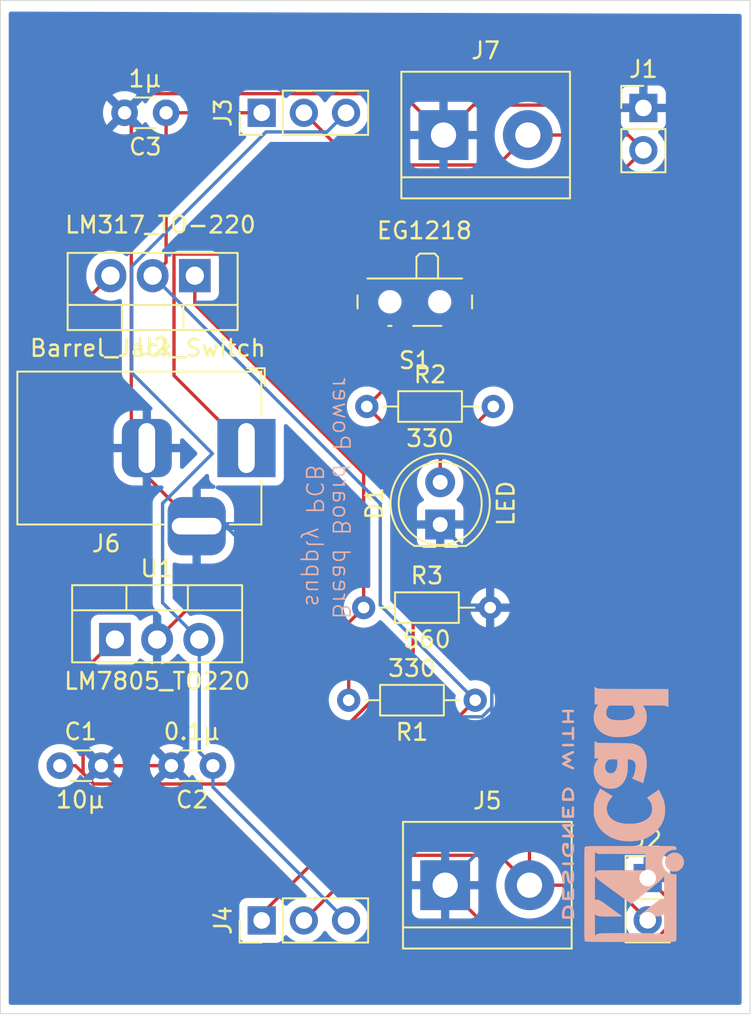
<source format=kicad_pcb>
(kicad_pcb (version 20241229) (generator "pcbnew") (generator_version "9.0")
  (layers (0 "F.Cu" signal) (2 "B.Cu" signal) (13 "F.Paste" user) (15 "B.Paste" user) (5 "F.SilkS" user "F.Silkscreen") (7 "B.SilkS" user "B.Silkscreen") (1 "F.Mask" user) (3 "B.Mask" user) (25 "Edge.Cuts" user))
  (net 0 "")
  (net 1 "/12V")
  (net 2 "GND")
  (net 3 "/5V")
  (net 4 "/3.3V")
  (net 5 "Net-(D1-A)")
  (net 6 "/PWR_output")
  (net 7 "/PWR_input")
  (net 8 "Net-(U2-ADJ)")
  (footprint "Connector_PinHeader_2.54mm:PinHeader_1x03_P2.54mm_Vertical" (layer "F.Cu") (at 106.51 106.88 90)
    (property "Reference" "J4" (at 0 -2.33 90) (layer "F.SilkS"))
    (property "Value" "Conn_01x03_Pin")
    (pad "1" thru_hole rect (at 0 0 90) (size 1.7 1.7) (drill 1) (layers "*.Cu" "*.Mask") (net 4 "/3.3V"))
    (pad "2" thru_hole oval (at 0 2.54 90) (size 1.7 1.7) (drill 1) (layers "*.Cu" "*.Mask") (net 6 "/PWR_output"))
    (pad "3" thru_hole oval (at 0 5.08 90) (size 1.7 1.7) (drill 1) (layers "*.Cu" "*.Mask") (net 3 "/5V"))
  )
  (footprint "Resistor_THT:R_Axial_DIN0204_L3.6mm_D1.6mm_P7.62mm_Horizontal" (layer "F.Cu") (at 112.65 88.06)
    (property "Reference" "R3" (at 3.81 -1.92 0) (layer "F.SilkS"))
    (property "Value" "560" (at 3.81 1.92 0) (layer "F.SilkS"))
    (pad "1" thru_hole circle (at 0 0) (size 1.4 1.4) (drill 0.7) (layers "*.Cu" "*.Mask") (net 8 "Net-(U2-ADJ)"))
    (pad "2" thru_hole oval (at 7.62 0) (size 1.4 1.4) (drill 0.7) (layers "*.Cu" "*.Mask") (net 2 "GND"))
  )
  (footprint "Connector_BarrelJack:BarrelJack_Horizontal" (layer "F.Cu") (at 105.59 78.46)
    (property "Reference" "J6" (at -8.45 5.75 0) (layer "F.SilkS"))
    (property "Value" "Barrel_Jack_Switch" (at -5.94 -6.01 0) (layer "F.SilkS"))
    (pad "1" thru_hole rect (at 0 0) (size 3.5 3.5) (drill oval 1 3) (layers "*.Cu" "*.Mask") (net 7 "/PWR_input"))
    (pad "2" thru_hole roundrect (at -6 0) (size 3 3.5) (drill oval 1 3) (layers "*.Cu" "*.Mask") (net 2 "GND"))
    (pad "3" thru_hole roundrect (at -3 4.7) (size 3.5 3.5) (drill oval 3 1) (layers "*.Cu" "*.Mask") (net 2 "GND"))
  )
  (footprint "TerminalBlock:TerminalBlock_bornier-2_P5.08mm" (layer "F.Cu") (at 117.46 59.63)
    (property "Reference" "J7" (at 2.54 -5.08 0) (layer "F.SilkS"))
    (property "Value" "Screw_Terminal_01x02")
    (pad "1" thru_hole rect (at 0 0) (size 3 3) (drill 1.52) (layers "*.Cu" "*.Mask") (net 2 "GND"))
    (pad "2" thru_hole circle (at 5.08 0) (size 3 3) (drill 1.52) (layers "*.Cu" "*.Mask") (net 6 "/PWR_output"))
  )
  (footprint "Connector_PinHeader_2.54mm:PinHeader_1x02_P2.54mm_Vertical" (layer "F.Cu") (at 129.5 58)
    (property "Reference" "J1" (at 0 -2.33 0) (layer "F.SilkS"))
    (property "Value" "Conn_01x02_Pin")
    (pad "1" thru_hole rect (at 0 0) (size 1.7 1.7) (drill 1) (layers "*.Cu" "*.Mask") (net 2 "GND"))
    (pad "2" thru_hole oval (at 0 2.54) (size 1.7 1.7) (drill 1) (layers "*.Cu" "*.Mask") (net 6 "/PWR_output"))
  )
  (footprint "Package_TO_SOT_THT:TO-220-3_Vertical" (layer "F.Cu") (at 102.48 68.09 180)
    (property "Reference" "U2" (at 2.54 -4.27 0) (layer "F.SilkS"))
    (property "Value" "LM317_TO-220" (at 2.07 3.06 0) (layer "F.SilkS"))
    (pad "1" thru_hole rect (at 0 0 180) (size 1.905 2) (drill 1.1) (layers "*.Cu" "*.Mask") (net 8 "Net-(U2-ADJ)"))
    (pad "2" thru_hole oval (at 2.54 0 180) (size 1.905 2) (drill 1.1) (layers "*.Cu" "*.Mask") (net 4 "/3.3V"))
    (pad "3" thru_hole oval (at 5.08 0 180) (size 1.905 2) (drill 1.1) (layers "*.Cu" "*.Mask") (net 1 "/12V"))
  )
  (footprint "Button_Switch_SMD:SW_SPDT_PCM12" (layer "F.Cu") (at 115.73 69.99 180)
    (property "Reference" "S1" (at 0 -3.2 0) (layer "F.SilkS"))
    (property "Value" "EG1218" (at -0.58 4.61 0) (layer "F.SilkS"))
    (pad "" smd rect (at -3.65 -0.78 180) (size 1 0.8) (layers "F.Cu" "F.Mask" "F.Paste"))
    (pad "" smd rect (at -3.65 1.43 180) (size 1 0.8) (layers "F.Cu" "F.Mask" "F.Paste"))
    (pad "" np_thru_hole circle (at -1.5 0.33 180) (size 0.9 0.9) (drill 0.9) (layers "*.Cu" "*.Mask"))
    (pad "" np_thru_hole circle (at 1.5 0.33 180) (size 0.9 0.9) (drill 0.9) (layers "*.Cu" "*.Mask"))
    (pad "" smd rect (at 3.65 -0.78 180) (size 1 0.8) (layers "F.Cu" "F.Mask" "F.Paste"))
    (pad "" smd rect (at 3.65 1.43 180) (size 1 0.8) (layers "F.Cu" "F.Mask" "F.Paste"))
    (pad "1" smd rect (at -2.25 -1.43 180) (size 0.7 1.5) (layers "F.Cu" "F.Mask" "F.Paste") (net 1 "/12V"))
    (pad "2" smd rect (at 0.75 -1.43 180) (size 0.7 1.5) (layers "F.Cu" "F.Mask" "F.Paste") (net 7 "/PWR_input"))
    (pad "3" smd rect (at 2.25 -1.43 180) (size 0.7 1.5) (layers "F.Cu" "F.Mask" "F.Paste"))
  )
  (footprint "Capacitor_THT:C_Disc_D3.0mm_W1.6mm_P2.50mm" (layer "F.Cu") (at 94.35 97.57)
    (property "Reference" "C1" (at 1.25 -2.05 0) (layer "F.SilkS"))
    (property "Value" "10µ" (at 1.25 2.05 0) (layer "F.SilkS"))
    (pad "1" thru_hole circle (at 0 0) (size 1.6 1.6) (drill 0.8) (layers "*.Cu" "*.Mask") (net 1 "/12V"))
    (pad "2" thru_hole circle (at 2.5 0) (size 1.6 1.6) (drill 0.8) (layers "*.Cu" "*.Mask") (net 2 "GND"))
  )
  (footprint "Connector_PinHeader_2.54mm:PinHeader_1x03_P2.54mm_Vertical" (layer "F.Cu") (at 106.51 58.29 90)
    (property "Reference" "J3" (at 0 -2.33 90) (layer "F.SilkS"))
    (property "Value" "Conn_01x03_Pin")
    (pad "1" thru_hole rect (at 0 0 90) (size 1.7 1.7) (drill 1) (layers "*.Cu" "*.Mask") (net 4 "/3.3V"))
    (pad "2" thru_hole oval (at 0 2.54 90) (size 1.7 1.7) (drill 1) (layers "*.Cu" "*.Mask") (net 6 "/PWR_output"))
    (pad "3" thru_hole oval (at 0 5.08 90) (size 1.7 1.7) (drill 1) (layers "*.Cu" "*.Mask") (net 3 "/5V"))
  )
  (footprint "Connector_PinHeader_2.54mm:PinHeader_1x02_P2.54mm_Vertical" (layer "F.Cu") (at 129.76 104.33)
    (property "Reference" "J2" (at 0 -2.33 0) (layer "F.SilkS"))
    (property "Value" "Conn_01x02_Pin")
    (pad "1" thru_hole rect (at 0 0) (size 1.7 1.7) (drill 1) (layers "*.Cu" "*.Mask") (net 2 "GND"))
    (pad "2" thru_hole oval (at 0 2.54) (size 1.7 1.7) (drill 1) (layers "*.Cu" "*.Mask") (net 6 "/PWR_output"))
  )
  (footprint "Capacitor_THT:C_Disc_D3.0mm_W1.6mm_P2.50mm" (layer "F.Cu") (at 103.57 97.57 180)
    (property "Reference" "C2" (at 1.25 -2.05 0) (layer "F.SilkS"))
    (property "Value" "0.1µ" (at 1.25 2.05 0) (layer "F.SilkS"))
    (pad "1" thru_hole circle (at 0 0 180) (size 1.6 1.6) (drill 0.8) (layers "*.Cu" "*.Mask") (net 3 "/5V"))
    (pad "2" thru_hole circle (at 2.5 0 180) (size 1.6 1.6) (drill 0.8) (layers "*.Cu" "*.Mask") (net 2 "GND"))
  )
  (footprint "Resistor_THT:R_Axial_DIN0204_L3.6mm_D1.6mm_P7.62mm_Horizontal" (layer "F.Cu") (at 119.37 93.63 180)
    (property "Reference" "R1" (at 3.81 -1.92 0) (layer "F.SilkS"))
    (property "Value" "330" (at 3.81 1.92 0) (layer "F.SilkS"))
    (pad "1" thru_hole circle (at 0 0 180) (size 1.4 1.4) (drill 0.7) (layers "*.Cu" "*.Mask") (net 4 "/3.3V"))
    (pad "2" thru_hole oval (at 7.62 0 180) (size 1.4 1.4) (drill 0.7) (layers "*.Cu" "*.Mask") (net 8 "Net-(U2-ADJ)"))
  )
  (footprint "Resistor_THT:R_Axial_DIN0204_L3.6mm_D1.6mm_P7.62mm_Horizontal" (layer "F.Cu") (at 112.84 75.96)
    (property "Reference" "R2" (at 3.81 -1.92 0) (layer "F.SilkS"))
    (property "Value" "330" (at 3.81 1.92 0) (layer "F.SilkS"))
    (pad "1" thru_hole circle (at 0 0) (size 1.4 1.4) (drill 0.7) (layers "*.Cu" "*.Mask") (net 1 "/12V"))
    (pad "2" thru_hole oval (at 7.62 0) (size 1.4 1.4) (drill 0.7) (layers "*.Cu" "*.Mask") (net 5 "Net-(D1-A)"))
  )
  (footprint "LED_THT:LED_D5.0mm" (layer "F.Cu") (at 117.26 83.06 90)
    (property "Reference" "D1" (at 1.27 -3.96 90) (layer "F.SilkS"))
    (property "Value" "LED" (at 1.27 3.96 90) (layer "F.SilkS"))
    (pad "1" thru_hole rect (at 0 0 90) (size 1.8 1.8) (drill 0.9) (layers "*.Cu" "*.Mask") (net 2 "GND"))
    (pad "2" thru_hole circle (at 2.54 0 90) (size 1.8 1.8) (drill 0.9) (layers "*.Cu" "*.Mask") (net 5 "Net-(D1-A)"))
  )
  (footprint "Capacitor_THT:C_Disc_D3.0mm_W1.6mm_P2.50mm" (layer "F.Cu") (at 100.75 58.29 180)
    (property "Reference" "C3" (at 1.25 -2.05 0) (layer "F.SilkS"))
    (property "Value" "1µ" (at 1.25 2.05 0) (layer "F.SilkS"))
    (pad "1" thru_hole circle (at 0 0 180) (size 1.6 1.6) (drill 0.8) (layers "*.Cu" "*.Mask") (net 4 "/3.3V"))
    (pad "2" thru_hole circle (at 2.5 0 180) (size 1.6 1.6) (drill 0.8) (layers "*.Cu" "*.Mask") (net 2 "GND"))
  )
  (footprint "Package_TO_SOT_THT:TO-220-3_Vertical" (layer "F.Cu") (at 97.67 89.98)
    (property "Reference" "U1" (at 2.54 -4.27 0) (layer "F.SilkS"))
    (property "Value" "LM7805_TO220" (at 2.54 2.5 0) (layer "F.SilkS"))
    (pad "1" thru_hole rect (at 0 0) (size 1.905 2) (drill 1.1) (layers "*.Cu" "*.Mask") (net 1 "/12V"))
    (pad "2" thru_hole oval (at 2.54 0) (size 1.905 2) (drill 1.1) (layers "*.Cu" "*.Mask") (net 2 "GND"))
    (pad "3" thru_hole oval (at 5.08 0) (size 1.905 2) (drill 1.1) (layers "*.Cu" "*.Mask") (net 3 "/5V"))
  )
  (footprint "TerminalBlock:TerminalBlock_bornier-2_P5.08mm" (layer "F.Cu") (at 117.56 104.76)
    (property "Reference" "J5" (at 2.54 -5.08 0) (layer "F.SilkS"))
    (property "Value" "Screw_Terminal_01x02")
    (pad "1" thru_hole rect (at 0 0) (size 3 3) (drill 1.52) (layers "*.Cu" "*.Mask") (net 2 "GND"))
    (pad "2" thru_hole circle (at 5.08 0) (size 3 3) (drill 1.52) (layers "*.Cu" "*.Mask") (net 6 "/PWR_output"))
  )
  (footprint "Symbol:KiCad-Logo2_6mm_SilkScreen" (layer "B.Cu") (at 128.965153 100.507487 90)
    (property "Reference" "REF**" (hide yes))
    (property "Value" "KiCad-Logo2_6mm_SilkScreen" (hide yes))
  )
  (gr_rect (start 90.77 51.53) (end 135.92 112.49) (stroke (width 0.05)) (fill no) (layer "Edge.Cuts"))
  (gr_text "Bread Board Power\n supply PCB" (at 109.09 88.84 270) (layer "B.SilkS") (effects (font (size 1 1) (thickness 0.1)) (justify left bottom mirror)))
  (segment (start 95.749 98.02605) (end 95.749 91.901) (width 0.2) (layer "F.Cu") (net 1))
  (segment (start 108.124628 98.671) (end 96.39395 98.671) (width 0.2) (layer "F.Cu") (net 1))
  (segment (start 112.84 75.96) (end 117.38 71.42) (width 0.2) (layer "F.Cu") (net 1))
  (segment (start 115.631 91.164628) (end 108.124628 98.671) (width 0.2) (layer "F.Cu") (net 1))
  (segment (start 95.29295 97.57) (end 95.749 98.02605) (width 0.2) (layer "F.Cu") (net 1))
  (segment (start 115.631 78.751) (end 115.631 91.164628) (width 0.2) (layer "F.Cu") (net 1))
  (segment (start 95.749 69.741) (end 97.4 68.09) (width 0.2) (layer "F.Cu") (net 1))
  (segment (start 117.38 71.42) (end 117.98 71.42) (width 0.2) (layer "F.Cu") (net 1))
  (segment (start 95.749 98.02605) (end 95.749 69.741) (width 0.2) (layer "F.Cu") (net 1))
  (segment (start 94.35 97.57) (end 95.29295 97.57) (width 0.2) (layer "F.Cu") (net 1))
  (segment (start 96.39395 98.671) (end 95.749 98.02605) (width 0.2) (layer "F.Cu") (net 1))
  (segment (start 112.84 75.96) (end 115.631 78.751) (width 0.2) (layer "F.Cu") (net 1))
  (segment (start 95.749 91.901) (end 97.67 89.98) (width 0.2) (layer "F.Cu") (net 1))
  (segment (start 100.21 89.98) (end 100.21 96.71) (width 0.2) (layer "F.Cu") (net 2))
  (segment (start 99.59 80.16) (end 102.59 83.16) (width 0.2) (layer "F.Cu") (net 2))
  (segment (start 101.07 97.57) (end 96.85 97.57) (width 0.2) (layer "F.Cu") (net 2))
  (segment (start 102.59 83.16) (end 102.59 87.6) (width 0.2) (layer "F.Cu") (net 2))
  (segment (start 120.27 88.06) (end 120.27 86.07) (width 0.2) (layer "F.Cu") (net 2))
  (segment (start 119.261 57.829) (end 117.46 59.63) (width 0.2) (layer "F.Cu") (net 2))
  (segment (start 130.911 107.34676) (end 130.23676 108.021) (width 0.2) (layer "F.Cu") (net 2))
  (segment (start 130.911 105.481) (end 130.911 107.34676) (width 0.2) (layer "F.Cu") (net 2))
  (segment (start 117.46 59.63) (end 114.969 57.139) (width 0.2) (layer "F.Cu") (net 2))
  (segment (start 98.25 58.29) (end 98.6535 58.6935) (width 0.2) (layer "F.Cu") (net 2))
  (segment (start 98.6535 58.6935) (end 98.6535 77.5235) (width 0.2) (layer "F.Cu") (net 2))
  (segment (start 120.27 86.07) (end 117.26 83.06) (width 0.2) (layer "F.Cu") (net 2))
  (segment (start 99.401 57.139) (end 98.25 58.29) (width 0.2) (layer "F.Cu") (net 2))
  (segment (start 120.821 108.021) (end 117.56 104.76) (width 0.2) (layer "F.Cu") (net 2))
  (segment (start 130.23676 108.021) (end 120.821 108.021) (width 0.2) (layer "F.Cu") (net 2))
  (segment (start 114.969 57.139) (end 99.401 57.139) (width 0.2) (layer "F.Cu") (net 2))
  (segment (start 129.5 58) (end 129.329 57.829) (width 0.2) (layer "F.Cu") (net 2))
  (segment (start 129.76 104.33) (end 130.911 105.481) (width 0.2) (layer "F.Cu") (net 2))
  (segment (start 120.371 88.161) (end 120.27 88.06) (width 0.2) (layer "F.Cu") (net 2))
  (segment (start 100.21 96.71) (end 101.07 97.57) (width 0.2) (layer "F.Cu") (net 2))
  (segment (start 99.59 78.46) (end 99.59 80.16) (width 0.2) (layer "F.Cu") (net 2))
  (segment (start 129.329 57.829) (end 119.261 57.829) (width 0.2) (layer "F.Cu") (net 2))
  (segment (start 102.59 87.6) (end 100.21 89.98) (width 0.2) (layer "F.Cu") (net 2))
  (segment (start 98.6535 77.5235) (end 99.59 78.46) (width 0.2) (layer "F.Cu") (net 2))
  (segment (start 120.371 94.044628) (end 120.371 86.171) (width 0.2) (layer "B.Cu") (net 2))
  (segment (start 120.371 88.161) (end 120.27 88.06) (width 0.2) (layer "B.Cu") (net 2))
  (segment (start 104.34 83.16) (end 115.811 94.631) (width 0.2) (layer "B.Cu") (net 2))
  (segment (start 117.56 104.76) (end 120.371 101.949) (width 0.2) (layer "B.Cu") (net 2))
  (segment (start 119.784628 94.631) (end 120.371 94.044628) (width 0.2) (layer "B.Cu") (net 2))
  (segment (start 120.371 86.171) (end 117.26 83.06) (width 0.2) (layer "B.Cu") (net 2))
  (segment (start 120.371 101.949) (end 120.371 88.161) (width 0.2) (layer "B.Cu") (net 2))
  (segment (start 115.811 94.631) (end 119.784628 94.631) (width 0.2) (layer "B.Cu") (net 2))
  (segment (start 102.59 83.16) (end 104.34 83.16) (width 0.2) (layer "B.Cu") (net 2))
  (segment (start 102.75 96.75) (end 103.57 97.57) (width 0.2) (layer "F.Cu") (net 3))
  (segment (start 98.6865 67.523283) (end 106.768783 59.441) (width 0.2) (layer "B.Cu") (net 3))
  (segment (start 102.75 96.75) (end 103.57 97.57) (width 0.2) (layer "B.Cu") (net 3))
  (segment (start 103.539 78.790588) (end 98.6865 73.938088) (width 0.2) (layer "B.Cu") (net 3))
  (segment (start 102.75 89.98) (end 102.75 96.75) (width 0.2) (layer "B.Cu") (net 3))
  (segment (start 102.75 89.98) (end 100.539 87.769) (width 0.2) (layer "B.Cu") (net 3))
  (segment (start 100.539 87.769) (end 100.539 81.790588) (width 0.2) (layer "B.Cu") (net 3))
  (segment (start 103.57 98.86) (end 111.59 106.88) (width 0.2) (layer "B.Cu") (net 3))
  (segment (start 98.6865 73.938088) (end 98.6865 67.523283) (width 0.2) (layer "B.Cu") (net 3))
  (segment (start 106.768783 59.441) (end 110.439 59.441) (width 0.2) (layer "B.Cu") (net 3))
  (segment (start 103.57 97.57) (end 103.57 98.86) (width 0.2) (layer "B.Cu") (net 3))
  (segment (start 110.439 59.441) (end 111.59 58.29) (width 0.2) (layer "B.Cu") (net 3))
  (segment (start 100.539 81.790588) (end 103.539 78.790588) (width 0.2) (layer "B.Cu") (net 3))
  (segment (start 99.94 68.09) (end 99.94 67.5084) (width 0.2) (layer "F.Cu") (net 4))
  (segment (start 106.51 58.29) (end 100.75 58.29) (width 0.2) (layer "F.Cu") (net 4))
  (segment (start 119.37 93.63) (end 106.51 106.49) (width 0.2) (layer "F.Cu") (net 4))
  (segment (start 100.75 58.29) (end 100.75 67.28) (width 0.2) (layer "F.Cu") (net 4))
  (segment (start 106.51 106.49) (end 106.51 106.88) (width 0.2) (layer "F.Cu") (net 4))
  (segment (start 100.75 67.28) (end 99.94 68.09) (width 0.2) (layer "F.Cu") (net 4))
  (segment (start 113.651 81.801) (end 99.94 68.09) (width 0.2) (layer "B.Cu") (net 4))
  (segment (start 113.651 87.911) (end 113.651 81.801) (width 0.2) (layer "B.Cu") (net 4))
  (segment (start 119.37 93.63) (end 113.651 87.911) (width 0.2) (layer "B.Cu") (net 4))
  (segment (start 120.46 75.96) (end 117.26 79.16) (width 0.2) (layer "F.Cu") (net 5))
  (segment (start 117.26 79.16) (end 117.26 80.52) (width 0.2) (layer "F.Cu") (net 5))
  (segment (start 120.839 102.959) (end 112.971 102.959) (width 0.2) (layer "F.Cu") (net 6))
  (segment (start 127.65 104.76) (end 129.76 106.87) (width 0.2) (layer "F.Cu") (net 6))
  (segment (start 112.971 102.959) (end 109.05 106.88) (width 0.2) (layer "F.Cu") (net 6))
  (segment (start 128.59 59.63) (end 122.54 59.63) (width 0.2) (layer "F.Cu") (net 6))
  (segment (start 112.191 61.431) (end 109.05 58.29) (width 0.2) (layer "F.Cu") (net 6))
  (segment (start 129.5 60.54) (end 122.64 67.4) (width 0.2) (layer "F.Cu") (net 6))
  (segment (start 122.54 59.63) (end 120.739 61.431) (width 0.2) (layer "F.Cu") (net 6))
  (segment (start 129.5 60.54) (end 128.59 59.63) (width 0.2) (layer "F.Cu") (net 6))
  (segment (start 122.64 104.76) (end 120.839 102.959) (width 0.2) (layer "F.Cu") (net 6))
  (segment (start 122.64 104.76) (end 127.65 104.76) (width 0.2) (layer "F.Cu") (net 6))
  (segment (start 120.739 61.431) (end 112.191 61.431) (width 0.2) (layer "F.Cu") (net 6))
  (segment (start 122.64 67.4) (end 122.64 104.76) (width 0.2) (layer "F.Cu") (net 6))
  (segment (start 104.463 66.789) (end 101.2265 66.789) (width 0.2) (layer "F.Cu") (net 7))
  (segment (start 101.2265 74.0965) (end 105.59 78.46) (width 0.2) (layer "F.Cu") (net 7))
  (segment (start 114.98 71.42) (end 114.98 71.622) (width 0.2) (layer "F.Cu") (net 7))
  (segment (start 112.138 74.464) (end 104.463 66.789) (width 0.2) (layer "F.Cu") (net 7))
  (segment (start 114.98 71.622) (end 112.138 74.464) (width 0.2) (layer "F.Cu") (net 7))
  (segment (start 101.2265 66.789) (end 101.2265 74.0965) (width 0.2) (layer "F.Cu") (net 7))
  (segment (start 111.75 93.63) (end 111.75 88.96) (width 0.2) (layer "F.Cu") (net 8))
  (segment (start 102.48 69.82) (end 102.48 68.09) (width 0.2) (layer "F.Cu") (net 8))
  (segment (start 112.65 88.06) (end 112.65 79.99) (width 0.2) (layer "F.Cu") (net 8))
  (segment (start 112.65 79.99) (end 102.48 69.82) (width 0.2) (layer "F.Cu") (net 8))
  (segment (start 111.75 88.96) (end 112.65 88.06) (width 0.2) (layer "F.Cu") (net 8))
  (zone (net 2) (net_name "GND") (layer "B.Cu") (connect_pads (clearance 0.5)) (min_thickness 0.25) (fill yes (thermal_gap 0.5) (thermal_bridge_width 0.5))
    (polygon (pts (xy 135.12 52.34) (xy 91.03 52.2) (xy 91.03 111.96) (xy 135.52 111.96) (xy 135.52 52.34)))
  )
)
</source>
